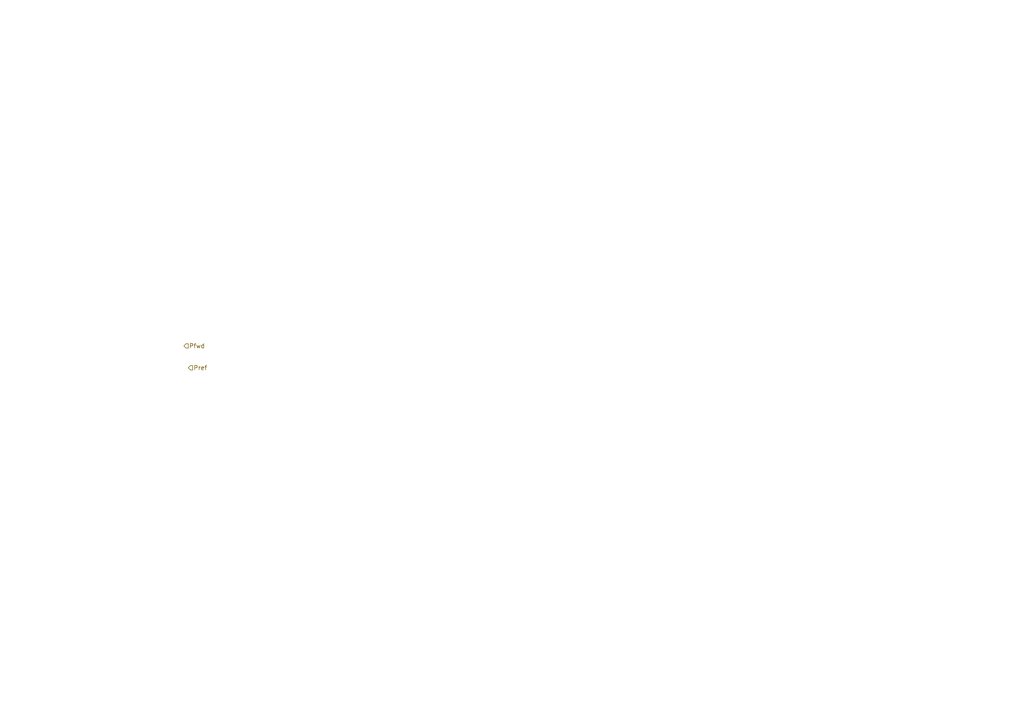
<source format=kicad_sch>
(kicad_sch
	(version 20250114)
	(generator "eeschema")
	(generator_version "9.0")
	(uuid "aedf5dbb-5160-46da-946b-fb6ec2ba0dcb")
	(paper "A4")
	(lib_symbols)
	(hierarchical_label "Pref"
		(shape input)
		(at 54.61 106.68 0)
		(effects
			(font
				(size 1.27 1.27)
			)
			(justify left)
		)
		(uuid "3aa1cf2a-97b5-4c74-bc13-9aba9c92ae71")
	)
	(hierarchical_label "Pfwd"
		(shape input)
		(at 53.34 100.33 0)
		(effects
			(font
				(size 1.27 1.27)
			)
			(justify left)
		)
		(uuid "bf6eccd6-1a59-4eaf-b8e4-c095321b723d")
	)
)

</source>
